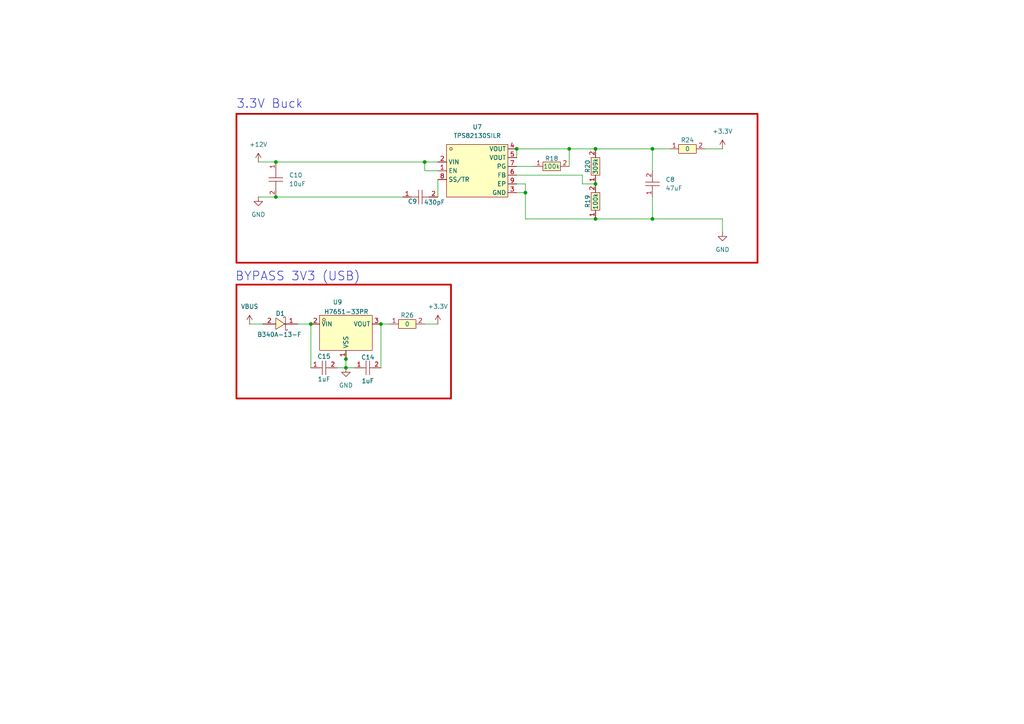
<source format=kicad_sch>
(kicad_sch (version 20250114) (generator "eeschema") (generator_version "9.0")
  (paper "A4")
  (lib_symbols
    (symbol "CL21B105KBFNNNE_1" (pin_names (hide yes))
      (property "Reference" "C" (at 0 5.08 0))
      (property "Value" "CL21B105KBFNNNE" (at 0 -5.08 0))
      (symbol "CL21B105KBFNNNE_1_0_1"
        (polyline (pts (xy -1.27 0) (xy -0.51 0)))
        (polyline (pts (xy -0.51 2.03) (xy -0.51 -2.03)))
        (polyline (pts (xy 0.51 2.03) (xy 0.51 -2.03)))
        (polyline (pts (xy 0.51 0) (xy 1.27 0)))
        (pin input line (at -3.81 0 0) (length 2.54) (name "1") (number "1"))
        (pin input line (at 3.81 0 180) (length 2.54) (name "2") (number "2"))
      )
    )
    (symbol "CL31B106KBHNNNE_1" (pin_names (hide yes))
      (property "Reference" "C" (at 0 5.08 0))
      (property "Value" "CL31B106KBHNNNE" (at 0 -5.08 0))
      (symbol "CL31B106KBHNNNE_1_0_1"
        (polyline (pts (xy -0.51 0) (xy -2.54 0)))
        (polyline (pts (xy -0.51 -2.03) (xy -0.51 2.03)))
        (polyline (pts (xy 0.51 2.03) (xy 0.51 -2.03)))
        (polyline (pts (xy 2.54 0) (xy 0.51 0)))
        (pin unspecified line (at -5.08 0 0) (length 2.54) (name "1") (number "1"))
        (pin unspecified line (at 5.08 0 180) (length 2.54) (name "2") (number "2"))
      )
    )
    (symbol "TPS82130SILR_1"
      (property "Reference" "U7" (at 0 12.7 0))
      (property "Value" "TPS82130SILR" (at 0 10.16 0))
      (symbol "TPS82130SILR_1_0_1"
        (rectangle (start -8.89 7.62) (end 8.89 -7.62) (fill (type background)))
        (circle (center -7.62 6.35) (radius 0.38))
        (pin unspecified line (at -11.43 2.54 0) (length 2.54) (name "VIN") (number "2"))
        (pin unspecified line (at -11.43 0 0) (length 2.54) (name "EN") (number "1"))
        (pin unspecified line (at -11.43 -2.54 0) (length 2.54) (name "SS/TR") (number "8"))
        (pin unspecified line (at 11.43 6.35 180) (length 2.54) (name "VOUT") (number "4"))
        (pin unspecified line (at 11.43 3.81 180) (length 2.54) (name "VOUT") (number "5"))
        (pin unspecified line (at 11.43 1.27 180) (length 2.54) (name "PG") (number "7"))
        (pin unspecified line (at 11.43 -1.27 180) (length 2.54) (name "FB") (number "6"))
        (pin unspecified line (at 11.43 -3.81 180) (length 2.54) (name "EP") (number "9"))
        (pin unspecified line (at 11.43 -6.35 180) (length 2.54) (name "GND") (number "3"))
      )
    )
    (symbol "easyeda2kicad:B340A-13-F" (pin_names (hide yes))
      (property "Reference" "D" (at 0 5.08 0))
      (property "Value" "B340A-13-F" (at 0 -5.08 0))
      (symbol "B340A-13-F_0_1"
        (polyline (pts (xy -2.03 1.52) (xy -2.03 1.78) (xy -1.52 1.78) (xy -1.52 -2.03) (xy -1.02 -2.03) (xy -1.02 -1.78)))
        (polyline (pts (xy 1.27 1.52) (xy -1.27 0) (xy 1.27 -1.78) (xy 1.27 1.52)) (fill (type background)))
        (pin unspecified line (at -5.08 0 0) (length 3.81) (name "K") (number "1"))
        (pin unspecified line (at 5.08 0 180) (length 3.81) (name "A") (number "2"))
      )
    )
    (symbol "easyeda2kicad:CL21B105KBFNNNE" (pin_names (hide yes))
      (property "Reference" "C" (at 0 5.08 0))
      (property "Value" "CL21B105KBFNNNE" (at 0 -5.08 0))
      (symbol "CL21B105KBFNNNE_0_1"
        (polyline (pts (xy -1.27 0) (xy -0.51 0)))
        (polyline (pts (xy -0.51 2.03) (xy -0.51 -2.03)))
        (polyline (pts (xy 0.51 2.03) (xy 0.51 -2.03)))
        (polyline (pts (xy 0.51 0) (xy 1.27 0)))
        (pin input line (at -3.81 0 0) (length 2.54) (name "1") (number "1"))
        (pin input line (at 3.81 0 180) (length 2.54) (name "2") (number "2"))
      )
    )
    (symbol "easyeda2kicad:CRCW0402100KFKED" (pin_names (hide yes))
      (property "Reference" "R" (at 0 5.08 0))
      (property "Value" "CRCW0402100KFKED" (at 0 -5.08 0))
      (symbol "CRCW0402100KFKED_0_1"
        (rectangle (start -2.54 1.27) (end 2.54 -1.27) (fill (type background)))
        (pin unspecified line (at -5.08 0 0) (length 2.54) (name "1") (number "1"))
        (pin unspecified line (at 5.08 0 180) (length 2.54) (name "2") (number "2"))
      )
    )
    (symbol "easyeda2kicad:FRC0402F3093TS" (pin_names (hide yes))
      (property "Reference" "R" (at 0 5.08 0))
      (property "Value" "FRC0402F3093TS" (at 0 -5.08 0))
      (symbol "FRC0402F3093TS_0_1"
        (rectangle (start -2.54 1.27) (end 2.54 -1.27) (fill (type background)))
        (pin unspecified line (at -5.08 0 0) (length 2.54) (name "1") (number "1"))
        (pin unspecified line (at 5.08 0 180) (length 2.54) (name "2") (number "2"))
      )
    )
    (symbol "easyeda2kicad:FRC1206P000TS" (pin_names (hide yes))
      (property "Reference" "R" (at 0 5.08 0))
      (property "Value" "FRC1206P000 TS" (at 0 -5.08 0))
      (symbol "FRC1206P000TS_0_1"
        (rectangle (start -2.54 1.27) (end 2.54 -1.27) (fill (type background)))
        (pin unspecified line (at -5.08 0 0) (length 2.54) (name "1") (number "1"))
        (pin unspecified line (at 5.08 0 180) (length 2.54) (name "2") (number "2"))
      )
    )
    (symbol "easyeda2kicad:GCM1555C1H431JA16D" (pin_names (hide yes))
      (property "Reference" "C9" (at -2.286 -1.27 0))
      (property "Value" "430pF" (at 4.064 -1.524 0))
      (symbol "GCM1555C1H431JA16D_0_1"
        (polyline (pts (xy -0.51 0) (xy -2.54 0)))
        (polyline (pts (xy -0.51 -2.03) (xy -0.51 2.03)))
        (polyline (pts (xy 0.51 2.03) (xy 0.51 -2.03)))
        (polyline (pts (xy 2.54 0) (xy 0.51 0)))
        (pin unspecified line (at -5.08 0 0) (length 2.54) (name "1") (number "1"))
        (pin unspecified line (at 5.08 0 180) (length 2.54) (name "2") (number "2"))
      )
    )
    (symbol "easyeda2kicad:GRM188R60J476ME15D" (pin_names (hide yes))
      (property "Reference" "C" (at 0 5.08 0))
      (property "Value" "GRM188R60J476ME15D" (at 0 -5.08 0))
      (symbol "GRM188R60J476ME15D_0_1"
        (polyline (pts (xy -1.27 0) (xy -0.51 0)))
        (polyline (pts (xy -0.51 2.03) (xy -0.51 -2.03)))
        (polyline (pts (xy 0.51 2.03) (xy 0.51 -2.03)))
        (polyline (pts (xy 0.51 0) (xy 1.27 0)))
        (pin input line (at -3.81 0 0) (length 2.54) (name "1") (number "1"))
        (pin input line (at 3.81 0 180) (length 2.54) (name "2") (number "2"))
      )
    )
    (symbol "easyeda2kicad:H7651-33PR"
      (property "Reference" "U9" (at 1.27 8.89 0))
      (property "Value" "H7651-33PR" (at -3.81 6.35 0))
      (symbol "H7651-33PR_0_1"
        (rectangle (start -2.54 5.08) (end 12.7 -5.08) (fill (type background)))
        (circle (center -1.27 3.81) (radius 0.38))
        (pin unspecified line (at -5.08 2.54 0) (length 2.54) (name "VIN") (number "2"))
        (pin unspecified line (at 5.08 -7.62 90) (length 2.54) (name "VSS") (number "1"))
        (pin unspecified line (at 15.24 2.54 180) (length 2.54) (name "VOUT") (number "3"))
      )
    )
    (symbol "power:+12V" (power) (pin_numbers (hide yes)) (pin_names (offset 0) (hide yes))
      (property "Value" "+12V" (at 0 3.556 0))
      (symbol "+12V_0_1"
        (polyline (pts (xy -0.762 1.27) (xy 0 2.54)))
        (polyline (pts (xy 0 2.54) (xy 0.762 1.27)))
        (polyline (pts (xy 0 0) (xy 0 2.54)))
      )
      (symbol "+12V_1_1"
        (pin power_in line (at 0 0 90) (length 0) (name "~") (number "1"))
      )
    )
    (symbol "power:+3.3V" (power) (pin_numbers (hide yes)) (pin_names (offset 0) (hide yes))
      (property "Value" "+3.3V" (at 0 3.556 0))
      (symbol "+3.3V_0_1"
        (polyline (pts (xy -0.762 1.27) (xy 0 2.54)))
        (polyline (pts (xy 0 2.54) (xy 0.762 1.27)))
        (polyline (pts (xy 0 0) (xy 0 2.54)))
      )
      (symbol "+3.3V_1_1"
        (pin power_in line (at 0 0 90) (length 0) (name "~") (number "1"))
      )
    )
    (symbol "power:GND" (power) (pin_numbers (hide yes)) (pin_names (offset 0) (hide yes))
      (property "Value" "GND" (at 0 -3.81 0))
      (symbol "GND_0_1"
        (polyline (pts (xy 0 0) (xy 0 -1.27) (xy 1.27 -1.27) (xy 0 -2.54) (xy -1.27 -1.27) (xy 0 -1.27)))
      )
      (symbol "GND_1_1"
        (pin power_in line (at 0 0 270) (length 0) (name "~") (number "1"))
      )
    )
    (symbol "power:VBUS" (power) (pin_numbers (hide yes)) (pin_names (offset 0) (hide yes))
      (property "Value" "VBUS" (at 0 3.556 0))
      (symbol "VBUS_0_1"
        (polyline (pts (xy -0.762 1.27) (xy 0 2.54)))
        (polyline (pts (xy 0 2.54) (xy 0.762 1.27)))
        (polyline (pts (xy 0 0) (xy 0 2.54)))
      )
      (symbol "VBUS_1_1"
        (pin power_in line (at 0 0 90) (length 0) (name "~") (number "1"))
      )
    )
  )
  (rectangle (start 68.58 33.02) (end 219.71 76.2) (stroke (width 0.5) (color 194 0 0 1)))
  (rectangle (start 68.58 82.55) (end 130.81 115.57) (stroke (width 0.5) (color 194 0 0 1)))
  (text "BYPASS 3V3 (USB)\n" (at 86.36 80.264 0) (effects (font (size 2.54 2.54))))
  (text "3.3V Buck\n" (at 78.232 30.226 0) (effects (font (size 2.54 2.54))))
  (junction (at 172.72 53.34))
  (junction (at 110.49 93.98))
  (junction (at 100.33 104.14))
  (junction (at 165.1 43.18))
  (junction (at 149.86 43.18))
  (junction (at 123.19 46.99))
  (junction (at 172.72 63.5))
  (junction (at 90.17 93.98))
  (junction (at 189.23 63.5))
  (junction (at 80.01 57.15))
  (junction (at 189.23 43.18))
  (junction (at 152.4 55.88))
  (junction (at 172.72 43.18))
  (junction (at 100.33 106.68))
  (junction (at 80.01 46.99))
  (wire (pts (xy 80.01 46.99) (xy 74.93 46.99)))
  (wire (pts (xy 189.23 49.53) (xy 189.23 43.18)))
  (wire (pts (xy 149.86 43.18) (xy 165.1 43.18)))
  (wire (pts (xy 152.4 53.34) (xy 152.4 55.88)))
  (wire (pts (xy 80.01 46.99) (xy 123.19 46.99)))
  (wire (pts (xy 168.91 50.8) (xy 168.91 53.34)))
  (wire (pts (xy 123.19 49.53) (xy 123.19 46.99)))
  (wire (pts (xy 149.86 50.8) (xy 168.91 50.8)))
  (wire (pts (xy 86.36 93.98) (xy 90.17 93.98)))
  (wire (pts (xy 80.01 57.15) (xy 116.84 57.15)))
  (wire (pts (xy 100.33 101.6) (xy 100.33 104.14)))
  (wire (pts (xy 189.23 63.5) (xy 209.55 63.5)))
  (wire (pts (xy 172.72 63.5) (xy 189.23 63.5)))
  (wire (pts (xy 149.86 53.34) (xy 152.4 53.34)))
  (wire (pts (xy 123.19 93.98) (xy 127 93.98)))
  (wire (pts (xy 168.91 53.34) (xy 172.72 53.34)))
  (wire (pts (xy 165.1 43.18) (xy 165.1 48.26)))
  (wire (pts (xy 127 49.53) (xy 123.19 49.53)))
  (wire (pts (xy 110.49 93.98) (xy 110.49 106.68)))
  (wire (pts (xy 100.33 104.14) (xy 100.33 106.68)))
  (wire (pts (xy 152.4 55.88) (xy 152.4 63.5)))
  (wire (pts (xy 123.19 46.99) (xy 127 46.99)))
  (wire (pts (xy 154.94 48.26) (xy 149.86 48.26)))
  (wire (pts (xy 172.72 43.18) (xy 189.23 43.18)))
  (wire (pts (xy 127 52.07) (xy 127 57.15)))
  (wire (pts (xy 165.1 43.18) (xy 172.72 43.18)))
  (wire (pts (xy 113.03 93.98) (xy 110.49 93.98)))
  (wire (pts (xy 152.4 63.5) (xy 172.72 63.5)))
  (wire (pts (xy 149.86 45.72) (xy 149.86 43.18)))
  (wire (pts (xy 97.79 106.68) (xy 100.33 106.68)))
  (wire (pts (xy 100.33 106.68) (xy 102.87 106.68)))
  (wire (pts (xy 189.23 43.18) (xy 194.31 43.18)))
  (wire (pts (xy 72.39 93.98) (xy 76.2 93.98)))
  (wire (pts (xy 152.4 55.88) (xy 149.86 55.88)))
  (wire (pts (xy 209.55 63.5) (xy 209.55 67.31)))
  (wire (pts (xy 189.23 57.15) (xy 189.23 63.5)))
  (wire (pts (xy 90.17 93.98) (xy 90.17 106.68)))
  (wire (pts (xy 204.47 43.18) (xy 209.55 43.18)))
  (wire (pts (xy 74.93 57.15) (xy 80.01 57.15)))
  (symbol (lib_id "easyeda2kicad:GRM188R60J476ME15D") (at 189.23 53.34 90) (unit 1)
    (property "Reference" "C8" (at 193.04 52.0699 90) (effects (justify right)))
    (property "Value" "47uF" (at 193.04 54.6099 90) (effects (justify right)))
    (property "Footprint" "easyeda2kicad:C0603" (effects (hide yes)))
    (property "Datasheet" "https://lcsc.com/product-detail/Multilayer-Ceramic-Capacitors-MLCC-SMD-SMT_MuRata_GRM188R60J476ME15D_47uF-476-20-6-3V_C140782.html" (effects (hide yes)))
    (property "LCSC Part" "C140782" (effects (hide yes)))
  )
  (symbol (lib_id "power:+3.3V") (at 209.55 43.18 0) (unit 1)
    (property "Reference" "#PWR0202" (effects (hide yes)))
    (property "Value" "+3.3V" (at 209.55 38.1 0))
    (property "Description" "Power symbol creates a global label with name \"+3.3V\"" (effects (hide yes)))
  )
  (symbol (lib_name "CL21B105KBFNNNE_1") (lib_id "easyeda2kicad:CL21B105KBFNNNE") (at 93.98 106.68 0) (unit 1)
    (property "Reference" "C15" (at 93.98 103.378 0))
    (property "Value" "1uF" (at 93.98 109.982 0))
    (property "Footprint" "easyeda2kicad:C0805" (effects (hide yes)))
    (property "Datasheet" "https://lcsc.com/product-detail/Multilayer-Ceramic-Capacitors-MLCC-SMD-SMT_SAMSUNG_CL21B105KBFNNNE_1uF-105-10-50V_C28323.html" (effects (hide yes)))
    (property "LCSC Part" "C28323" (effects (hide yes)))
  )
  (symbol (lib_id "easyeda2kicad:FRC0402F3093TS") (at 172.72 48.26 90) (unit 1)
    (property "Reference" "R20" (at 170.434 48.26 0))
    (property "Value" "309k" (at 172.72 48.26 0))
    (property "Footprint" "easyeda2kicad:R0402" (effects (hide yes)))
    (property "LCSC Part" "C5713270" (effects (hide yes)))
  )
  (symbol (lib_id "easyeda2kicad:CL21B105KBFNNNE") (at 106.68 106.68 0) (unit 1)
    (property "Reference" "C14" (at 106.68 103.632 0))
    (property "Value" "1uF" (at 106.68 110.49 0))
    (property "Footprint" "easyeda2kicad:C0805" (effects (hide yes)))
    (property "Datasheet" "https://lcsc.com/product-detail/Multilayer-Ceramic-Capacitors-MLCC-SMD-SMT_SAMSUNG_CL21B105KBFNNNE_1uF-105-10-50V_C28323.html" (effects (hide yes)))
    (property "LCSC Part" "C28323" (effects (hide yes)))
  )
  (symbol (lib_id "power:GND") (at 74.93 57.15 0) (unit 1)
    (property "Reference" "#PWR0203" (effects (hide yes)))
    (property "Value" "GND" (at 74.93 62.23 0))
    (property "Description" "Power symbol creates a global label with name \"GND\" , ground" (effects (hide yes)))
  )
  (symbol (lib_id "easyeda2kicad:GCM1555C1H431JA16D") (at 121.92 57.15 0) (unit 1)
    (property "Reference" "C9" (at 119.634 58.42 0))
    (property "Value" "430pF" (at 125.984 58.674 0))
    (property "Footprint" "easyeda2kicad:C0402" (effects (hide yes)))
    (property "LCSC Part" "C2193561" (effects (hide yes)))
  )
  (symbol (lib_name "TPS82130SILR_1") (lib_id "easyeda2kicad:TPS82130SILR") (at 138.43 49.53 0) (unit 1)
    (property "Reference" "U7" (at 138.43 36.83 0))
    (property "Value" "TPS82130SILR" (at 138.43 39.37 0))
    (property "Footprint" "easyeda2kicad:USIP-8_L3.0-W2.8-P0.65-TL-EP" (effects (hide yes)))
    (property "Datasheet" "https://lcsc.com/product-detail/DC-DC-Converters_Texas-Instruments-Texas-Instruments-TPS82130SILR_C473914.html" (effects (hide yes)))
    (property "LCSC Part" "C473914" (effects (hide yes)))
  )
  (symbol (lib_id "easyeda2kicad:CRCW0402100KFKED") (at 172.72 58.42 90) (unit 1)
    (property "Reference" "R19" (at 170.434 58.42 0))
    (property "Value" "100k" (at 172.72 58.42 0))
    (property "Footprint" "easyeda2kicad:R0402" (effects (hide yes)))
    (property "Datasheet" "https://lcsc.com/product-detail/New-Arrivals_Vishay-Intertech-CRCW0402100KFKED_C481918.html" (effects (hide yes)))
    (property "LCSC Part" "C481918" (effects (hide yes)))
  )
  (symbol (lib_id "power:+3.3V") (at 127 93.98 0) (unit 1)
    (property "Reference" "#PWR0210" (effects (hide yes)))
    (property "Value" "+3.3V" (at 127 88.9 0))
    (property "Description" "Power symbol creates a global label with name \"+3.3V\"" (effects (hide yes)))
  )
  (symbol (lib_id "power:VBUS") (at 72.39 93.98 0) (unit 1)
    (property "Reference" "#PWR0209" (effects (hide yes)))
    (property "Value" "VBUS" (at 72.39 88.9 0))
    (property "Description" "Power symbol creates a global label with name \"VBUS\"" (effects (hide yes)))
  )
  (symbol (lib_id "easyeda2kicad:B340A-13-F") (at 81.28 93.98 180) (unit 1)
    (property "Reference" "D1" (at 81.28 90.932 0))
    (property "Value" "B340A-13-F" (at 81.026 97.028 0))
    (property "Footprint" "easyeda2kicad:SMA_L4.4-W2.6-LS5.0-RD" (effects (hide yes)))
    (property "Datasheet" "https://lcsc.com/product-detail/Schottky-Barrier-Diodes-SBD_DIODES_B340A-13-F_B340A-13-F_C85098.html" (effects (hide yes)))
    (property "LCSC Part" "C85098" (effects (hide yes)))
  )
  (symbol (lib_id "easyeda2kicad:FRC1206P000TS") (at 118.11 93.98 0) (unit 1)
    (property "Reference" "R26" (at 118.11 91.44 0))
    (property "Value" "0" (at 118.11 93.98 0))
    (property "Footprint" "easyeda2kicad:R1206" (effects (hide yes)))
    (property "LCSC Part" "C2907406" (effects (hide yes)))
  )
  (symbol (lib_id "easyeda2kicad:H7651-33PR") (at 95.25 96.52 0) (unit 1)
    (property "Reference" "U9" (at 96.52 87.63 0) (effects (justify left)))
    (property "Value" "H7651-33PR" (at 93.98 90.424 0) (effects (justify left)))
    (property "Footprint" "easyeda2kicad:SOT-89-3_L4.5-W2.5-P1.50-LS4.1-BR" (effects (hide yes)))
    (property "Datasheet" "https://lcsc.com/product-detail/Low-Dropout-Regulators-LDO_Shanghai-Siproin-Microelectronics-H7651-33PR_C411050.html" (effects (hide yes)))
    (property "LCSC Part" "C411050" (effects (hide yes)))
  )
  (symbol (lib_id "power:+12V") (at 74.93 46.99 0) (unit 1)
    (property "Reference" "#PWR0201" (effects (hide yes)))
    (property "Value" "+12V" (at 74.93 41.91 0))
    (property "Description" "Power symbol creates a global label with name \"+12V\"" (effects (hide yes)))
  )
  (symbol (lib_id "power:GND") (at 209.55 67.31 0) (unit 1)
    (property "Reference" "#PWR0204" (effects (hide yes)))
    (property "Value" "GND" (at 209.55 72.39 0))
    (property "Description" "Power symbol creates a global label with name \"GND\" , ground" (effects (hide yes)))
  )
  (symbol (lib_id "easyeda2kicad:CRCW0402100KFKED") (at 160.02 48.26 0) (unit 1)
    (property "Reference" "R18" (at 160.02 45.974 0))
    (property "Value" "100k" (at 160.02 48.26 0))
    (property "Footprint" "easyeda2kicad:R0402" (effects (hide yes)))
    (property "Datasheet" "https://lcsc.com/product-detail/New-Arrivals_Vishay-Intertech-CRCW0402100KFKED_C481918.html" (effects (hide yes)))
    (property "LCSC Part" "C481918" (effects (hide yes)))
  )
  (symbol (lib_id "easyeda2kicad:FRC1206P000TS") (at 199.39 43.18 0) (unit 1)
    (property "Reference" "R24" (at 199.39 40.64 0))
    (property "Value" "0" (at 199.39 43.18 0))
    (property "Footprint" "easyeda2kicad:R1206" (effects (hide yes)))
    (property "LCSC Part" "C2907406" (effects (hide yes)))
  )
  (symbol (lib_name "CL31B106KBHNNNE_1") (lib_id "easyeda2kicad:CL31B106KBHNNNE") (at 80.01 52.07 270) (unit 1)
    (property "Reference" "C10" (at 83.82 50.7999 90) (effects (justify left)))
    (property "Value" "10uF" (at 83.82 53.3399 90) (effects (justify left)))
    (property "Footprint" "easyeda2kicad:C1206" (effects (hide yes)))
    (property "Datasheet" "https://lcsc.com/product-detail/Multilayer-Ceramic-Capacitors-MLCC-SMD-SMT_SAMSUNG_CL31B106KBHNNNE_10uF-106-10-50V_C89632.html" (effects (hide yes)))
    (property "LCSC Part" "C89632" (effects (hide yes)))
  )
  (symbol (lib_id "power:GND") (at 100.33 106.68 0) (unit 1)
    (property "Reference" "#PWR0211" (effects (hide yes)))
    (property "Value" "GND" (at 100.33 111.76 0))
    (property "Description" "Power symbol creates a global label with name \"GND\" , ground" (effects (hide yes)))
  )
)
</source>
